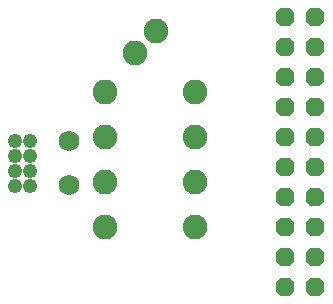
<source format=gbs>
G75*
G70*
%OFA0B0*%
%FSLAX24Y24*%
%IPPOS*%
%LPD*%
%AMOC8*
5,1,8,0,0,1.08239X$1,22.5*
%
%ADD10OC8,0.0620*%
%ADD11C,0.0820*%
%ADD12C,0.0480*%
%ADD13C,0.0680*%
D10*
X010460Y002410D03*
X011460Y002410D03*
X011460Y003410D03*
X010460Y003410D03*
X010460Y004410D03*
X011460Y004410D03*
X011460Y005410D03*
X010460Y005410D03*
X010460Y006410D03*
X011460Y006410D03*
X011460Y007410D03*
X010460Y007410D03*
X010460Y008410D03*
X011460Y008410D03*
X011460Y009410D03*
X010460Y009410D03*
X010460Y010410D03*
X011460Y010410D03*
X011460Y011410D03*
X010460Y011410D03*
D11*
X006167Y010917D03*
X005460Y010210D03*
X004460Y008910D03*
X007460Y008910D03*
X007460Y007410D03*
X004460Y007410D03*
X004460Y005910D03*
X007460Y005910D03*
X007460Y004410D03*
X004460Y004410D03*
D12*
X001960Y005760D03*
X001460Y005760D03*
X001460Y006260D03*
X001960Y006260D03*
X001960Y006760D03*
X001460Y006760D03*
X001460Y007260D03*
X001960Y007260D03*
D13*
X003260Y007260D03*
X003260Y005810D03*
M02*

</source>
